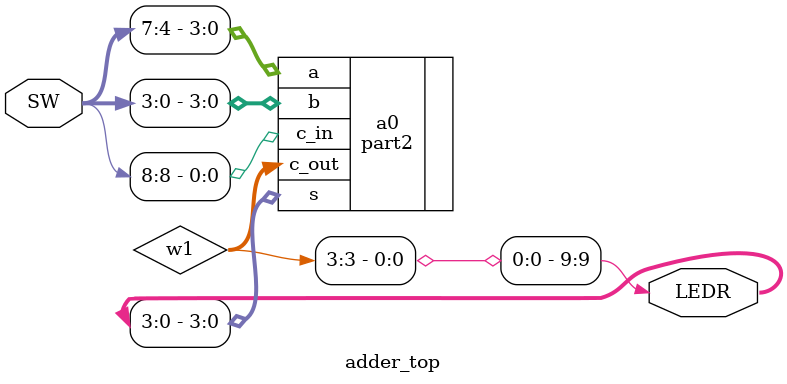
<source format=v>

module full_adder(a, b, c_in, s, c_out);
    input a, b, c_in;
    output s, c_out;

    assign {c_out, s} = a + b + c_in;
endmodule

module adder(a, b, c_in, s, c_out);
    input [3:0] a, b;
    input c_in;
    output [3:0] s, c_out;

    full_adder f0(.a(a[0]), .b(b[0]), .c_in(c_in), .s(s[0]), .c_out(c_out[0]));
    full_adder f1(.a(a[1]), .b(b[1]), .c_in(c_out[0]), .s(s[1]), .c_out(c_out[1]));
    full_adder f2(.a(a[2]), .b(b[2]), .c_in(c_out[1]), .s(s[2]), .c_out(c_out[2]));
    full_adder f3(.a(a[3]), .b(b[3]), .c_in(c_out[2]), .s(s[3]), .c_out(c_out[3]));
endmodule

module adder_top(SW, LEDR);
    input [9:0] SW;
    output [9:0] LEDR;

    wire [3:0] w1;

    part2 a0(.a(SW[7:4]), .b(SW[3:0]), .c_in(SW[8]), .c_out(w1), .s(LEDR[3:0]));

    assign LEDR[9] = w1[3];
endmodule
</source>
